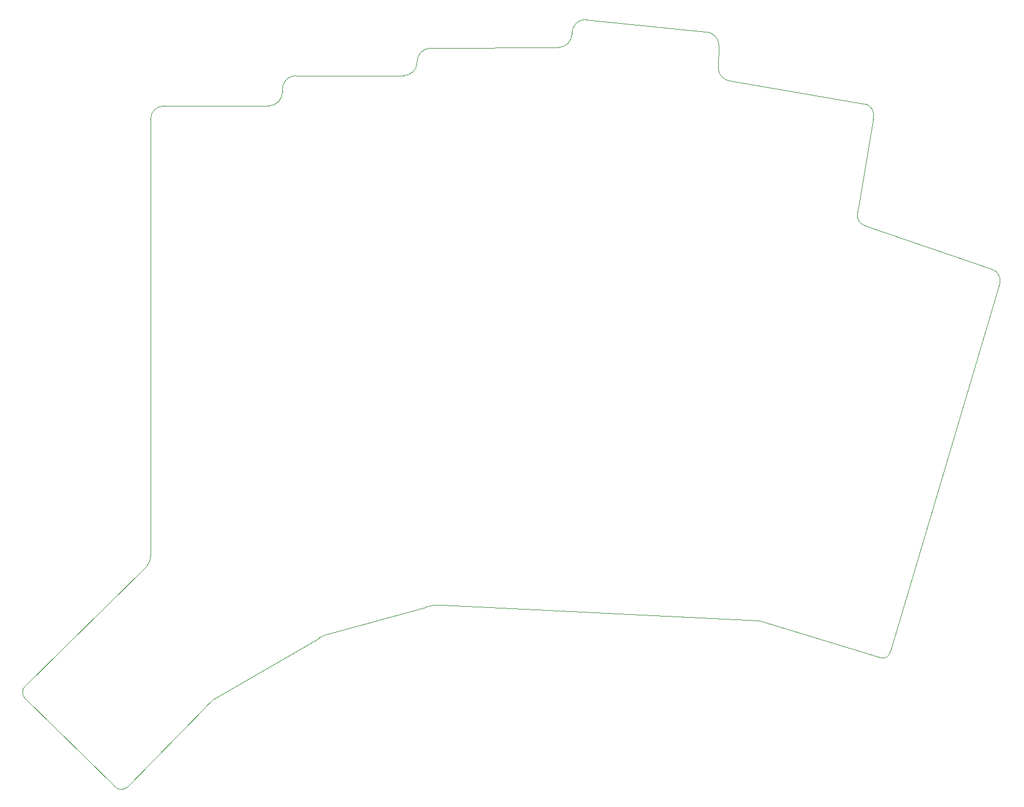
<source format=gbr>
%TF.GenerationSoftware,KiCad,Pcbnew,8.0.0*%
%TF.CreationDate,2024-06-08T15:09:41+02:00*%
%TF.ProjectId,goos-left,676f6f73-2d6c-4656-9674-2e6b69636164,rev?*%
%TF.SameCoordinates,Original*%
%TF.FileFunction,Profile,NP*%
%FSLAX46Y46*%
G04 Gerber Fmt 4.6, Leading zero omitted, Abs format (unit mm)*
G04 Created by KiCad (PCBNEW 8.0.0) date 2024-06-08 15:09:41*
%MOMM*%
%LPD*%
G01*
G04 APERTURE LIST*
%TA.AperFunction,Profile*%
%ADD10C,0.050000*%
%TD*%
G04 APERTURE END LIST*
D10*
X180486951Y-130633950D02*
X196521077Y-76665696D01*
X133995814Y-40110664D02*
X133992386Y-40207236D01*
X54019101Y-137383949D02*
G75*
G02*
X53973555Y-135687536I974779J874989D01*
G01*
X157358314Y-47144736D02*
G75*
G02*
X155358264Y-45144736I-14J2000036D01*
G01*
X89669100Y-50744736D02*
X74383314Y-50748164D01*
X176833883Y-68292928D02*
G75*
G02*
X175737247Y-66295195I530417J1591028D01*
G01*
X112648000Y-124046202D02*
G75*
G02*
X115010712Y-123763786I1760100J-4700598D01*
G01*
X133988958Y-40216308D02*
G75*
G02*
X131988958Y-42216258I-1999858J-92D01*
G01*
X81743000Y-137461200D02*
X96924529Y-128647689D01*
X195424429Y-74667960D02*
G75*
G02*
X196521008Y-76665679I-530529J-1591040D01*
G01*
X115010710Y-123763798D02*
X161394100Y-126008950D01*
X96924529Y-128647689D02*
G75*
G02*
X98068004Y-128046209I3343471J-4968611D01*
G01*
X175737235Y-66295192D02*
X178050965Y-52472707D01*
X131988958Y-42216308D02*
X113367386Y-42294736D01*
X155358314Y-45144736D02*
X155492386Y-41935664D01*
X68869100Y-150458949D02*
X80513041Y-138588811D01*
X91644100Y-48333950D02*
G75*
G02*
X93644100Y-46333900I2000100J-50D01*
G01*
X153492386Y-39935664D02*
X135995814Y-38110664D01*
X98068000Y-128046200D02*
X112648000Y-124046200D01*
X54019100Y-137383950D02*
X67119101Y-150258949D01*
X68869100Y-150458949D02*
G75*
G02*
X67119094Y-150258954I-775000J975049D01*
G01*
X72383314Y-52748164D02*
X72384842Y-116582380D01*
X176954317Y-50474972D02*
G75*
G02*
X178050890Y-52472688I-530517J-1591028D01*
G01*
X153492386Y-39935664D02*
G75*
G02*
X155492336Y-41935664I-86J-2000036D01*
G01*
X91669100Y-48744736D02*
G75*
G02*
X89669100Y-50744800I-1999900J-164D01*
G01*
X71844100Y-118058950D02*
X53973550Y-135687532D01*
X111365672Y-44330522D02*
G75*
G02*
X109365672Y-46330472I-1999872J-78D01*
G01*
X180486950Y-130633950D02*
G75*
G02*
X179166544Y-131467259I-1017850J150050D01*
G01*
X133995814Y-40110664D02*
G75*
G02*
X135995814Y-38110614I1999886J164D01*
G01*
X91644100Y-48333950D02*
X91669100Y-48744736D01*
X111367388Y-44266200D02*
G75*
G02*
X113367386Y-42294484I2000112J-28600D01*
G01*
X111365672Y-44330522D02*
X111367388Y-44266200D01*
X80513042Y-138588812D02*
G75*
G02*
X81743007Y-137461210I4814258J-4016688D01*
G01*
X72384842Y-116582380D02*
G75*
G02*
X71844118Y-118058967I-1941242J-126420D01*
G01*
X195424429Y-74667960D02*
X176833883Y-68292928D01*
X161394100Y-126008950D02*
X179166532Y-131467298D01*
X176954317Y-50474971D02*
X157358314Y-47144736D01*
X109365672Y-46330522D02*
X93644100Y-46333950D01*
X72383314Y-52748164D02*
G75*
G02*
X74383314Y-50748114I2000086J-36D01*
G01*
M02*

</source>
